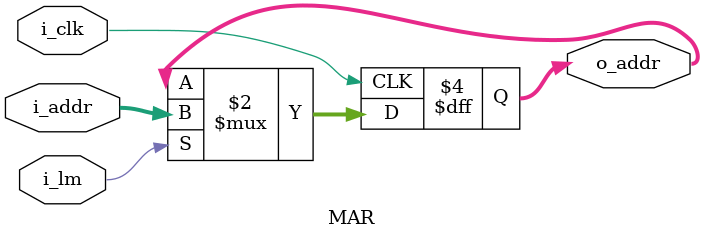
<source format=v>
module MAR #(
    parameter AddressWidth = 4
) 
(
    input wire i_clk,
    input wire i_lm,

    input wire [AddressWidth-1:0] i_addr,
    
    output reg [AddressWidth-1:0] o_addr
);

    always @(posedge i_clk) begin
        if (i_lm) begin
            o_addr <= i_addr;
        end        

    end
endmodule
</source>
